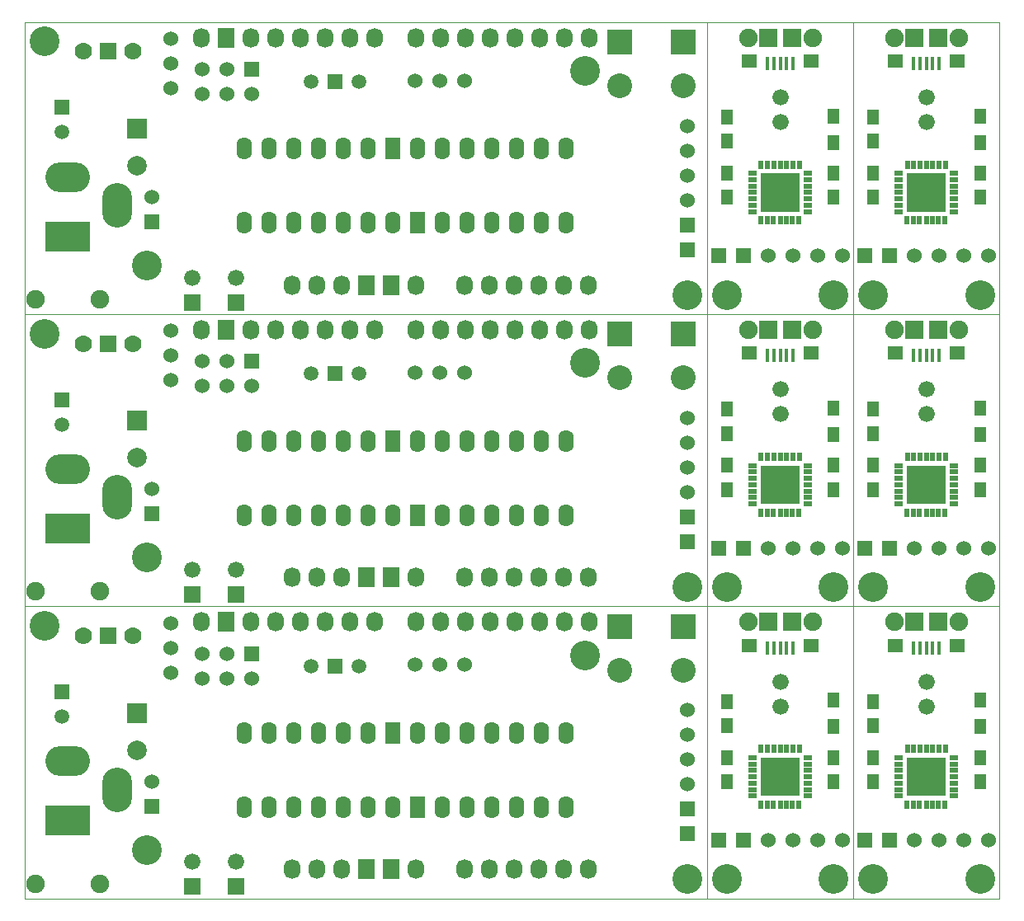
<source format=gts>
G04 #@! TF.FileFunction,Soldermask,Top*
%FSLAX46Y46*%
G04 Gerber Fmt 4.6, Leading zero omitted, Abs format (unit mm)*
G04 Created by KiCad (PCBNEW (2014-11-14 BZR 5284)-product) date Mon Dec  1 16:34:46 2014*
%MOMM*%
G01*
G04 APERTURE LIST*
%ADD10C,0.100000*%
%ADD11C,3.048000*%
%ADD12R,0.492760X0.942340*%
%ADD13R,0.942340X0.492760*%
%ADD14R,2.042160X2.042160*%
%ADD15R,1.300000X1.500000*%
%ADD16R,0.406400X1.371600*%
%ADD17R,1.600200X1.422400*%
%ADD18R,1.905000X1.905000*%
%ADD19C,1.905000*%
%ADD20R,1.524000X1.524000*%
%ADD21C,1.524000*%
%ADD22C,1.676400*%
%ADD23R,1.250000X1.500000*%
%ADD24C,1.778000*%
%ADD25R,1.778000X1.778000*%
%ADD26R,2.540000X2.540000*%
%ADD27C,2.540000*%
%ADD28R,4.572000X3.048000*%
%ADD29O,4.572000X3.048000*%
%ADD30O,3.048000X4.572000*%
%ADD31O,1.727200X2.032000*%
%ADD32R,1.727200X2.032000*%
%ADD33R,1.676400X1.676400*%
%ADD34O,1.574800X2.286000*%
%ADD35R,1.574800X2.286000*%
%ADD36C,1.501140*%
%ADD37R,1.501140X1.501140*%
%ADD38C,1.998980*%
%ADD39R,1.998980X1.998980*%
G04 APERTURE END LIST*
D10*
X115000000Y-120000000D02*
X115000000Y-90000000D01*
X115000000Y-90000000D02*
X130000000Y-90000000D01*
X130000000Y-90000000D02*
X130000000Y-120000000D01*
X130000000Y-120000000D02*
X115000000Y-120000000D01*
X115000000Y-120000000D02*
X100000000Y-120000000D01*
X115000000Y-90000000D02*
X115000000Y-120000000D01*
X100000000Y-90000000D02*
X115000000Y-90000000D01*
X100000000Y-120000000D02*
X100000000Y-90000000D01*
X30000000Y-120000000D02*
X30000000Y-90000000D01*
X100000000Y-120000000D02*
X30000000Y-120000000D01*
X100000000Y-90000000D02*
X100000000Y-120000000D01*
X30000000Y-90000000D02*
X100000000Y-90000000D01*
X30000000Y-60000000D02*
X100000000Y-60000000D01*
X100000000Y-60000000D02*
X100000000Y-90000000D01*
X100000000Y-90000000D02*
X30000000Y-90000000D01*
X30000000Y-90000000D02*
X30000000Y-60000000D01*
X100000000Y-90000000D02*
X100000000Y-60000000D01*
X100000000Y-60000000D02*
X115000000Y-60000000D01*
X115000000Y-60000000D02*
X115000000Y-90000000D01*
X115000000Y-90000000D02*
X100000000Y-90000000D01*
X130000000Y-90000000D02*
X115000000Y-90000000D01*
X130000000Y-60000000D02*
X130000000Y-90000000D01*
X115000000Y-60000000D02*
X130000000Y-60000000D01*
X115000000Y-90000000D02*
X115000000Y-60000000D01*
X115000000Y-60000000D02*
X115000000Y-30000000D01*
X115000000Y-30000000D02*
X130000000Y-30000000D01*
X130000000Y-30000000D02*
X130000000Y-60000000D01*
X130000000Y-60000000D02*
X115000000Y-60000000D01*
X115000000Y-60000000D02*
X100000000Y-60000000D01*
X115000000Y-30000000D02*
X115000000Y-60000000D01*
X100000000Y-30000000D02*
X115000000Y-30000000D01*
X100000000Y-60000000D02*
X100000000Y-30000000D01*
X30000000Y-60000000D02*
X30000000Y-30000000D01*
X100000000Y-60000000D02*
X30000000Y-60000000D01*
X100000000Y-30000000D02*
X100000000Y-60000000D01*
X30000000Y-30000000D02*
X100000000Y-30000000D01*
D11*
X117000000Y-118000000D03*
X128000000Y-118000000D03*
D12*
X123800480Y-104650120D03*
X123150240Y-104650120D03*
X122500000Y-104650120D03*
X121849760Y-104650120D03*
D13*
X119647580Y-105549280D03*
X119647580Y-106199520D03*
X119647580Y-106849760D03*
X119647580Y-107500000D03*
X119647580Y-108150240D03*
X119647580Y-108800480D03*
X119647580Y-109450720D03*
D12*
X124450720Y-104650120D03*
D14*
X121550040Y-106550040D03*
X123449960Y-106550040D03*
X123449960Y-108449960D03*
X121550040Y-108449960D03*
D12*
X120498480Y-110352420D03*
X121148720Y-110352420D03*
X121798960Y-110352420D03*
X122500000Y-110352420D03*
X123099440Y-110352420D03*
X123749680Y-110352420D03*
X124399920Y-110352420D03*
D13*
X125349880Y-109450720D03*
X125349880Y-108800480D03*
X125349880Y-108150240D03*
X125349880Y-107500000D03*
X125349880Y-106849760D03*
X125349880Y-106199520D03*
X125349880Y-105549280D03*
D12*
X121199520Y-104650120D03*
X120549280Y-104650120D03*
D15*
X128000000Y-99650000D03*
X128000000Y-102350000D03*
D16*
X122500000Y-94250000D03*
X121849760Y-94250000D03*
X121199520Y-94250000D03*
X123150240Y-94250000D03*
X123800480Y-94250000D03*
D17*
X125675000Y-93996000D03*
X119325000Y-93996000D03*
D18*
X123706500Y-91583000D03*
X121293500Y-91583000D03*
D19*
X125802000Y-91583000D03*
X119198000Y-91583000D03*
D20*
X116150000Y-114000000D03*
X118690000Y-114000000D03*
D21*
X121230000Y-114000000D03*
X123770000Y-114000000D03*
X126310000Y-114000000D03*
X128850000Y-114000000D03*
D22*
X122500000Y-97730000D03*
X122500000Y-100270000D03*
D23*
X128000000Y-105500000D03*
X128000000Y-108000000D03*
X117000000Y-102250000D03*
X117000000Y-99750000D03*
X117000000Y-105500000D03*
X117000000Y-108000000D03*
D24*
X35960000Y-93000000D03*
D25*
X38500000Y-93000000D03*
D24*
X41040000Y-93000000D03*
D26*
X97550000Y-92050000D03*
D27*
X91050000Y-96550000D03*
X97550000Y-96550000D03*
D26*
X91050000Y-92050000D03*
D11*
X98000000Y-118000000D03*
X42500000Y-115000000D03*
D28*
X34400000Y-112000000D03*
D29*
X34400000Y-105904000D03*
D30*
X39480000Y-108825000D03*
D21*
X48160000Y-97370000D03*
X48160000Y-94830000D03*
X50700000Y-97370000D03*
X50700000Y-94830000D03*
X53240000Y-97370000D03*
D20*
X53240000Y-94830000D03*
D31*
X65890000Y-91600000D03*
X63350000Y-91600000D03*
X60810000Y-91600000D03*
X58270000Y-91600000D03*
X55730000Y-91600000D03*
X53190000Y-91600000D03*
D32*
X50650000Y-91600000D03*
D31*
X48110000Y-91600000D03*
X87890000Y-91600000D03*
X85350000Y-91600000D03*
X82810000Y-91600000D03*
X80270000Y-91600000D03*
X77730000Y-91600000D03*
X75190000Y-91600000D03*
X72650000Y-91600000D03*
X70110000Y-91600000D03*
X75150000Y-117000000D03*
X77690000Y-117000000D03*
X80230000Y-117000000D03*
X82770000Y-117000000D03*
X85310000Y-117000000D03*
X87850000Y-117000000D03*
X57450000Y-117000000D03*
X59990000Y-117000000D03*
X62530000Y-117000000D03*
D32*
X65070000Y-117000000D03*
X67610000Y-117000000D03*
D31*
X70150000Y-117000000D03*
D21*
X45000000Y-91710000D03*
X45000000Y-94250000D03*
X45000000Y-96790000D03*
D22*
X51700000Y-116230000D03*
D33*
X51700000Y-118770000D03*
D22*
X47200000Y-116230000D03*
D33*
X47200000Y-118770000D03*
D34*
X82970000Y-102990000D03*
X80430000Y-102990000D03*
X77890000Y-102990000D03*
X75350000Y-102990000D03*
X72810000Y-102990000D03*
X70270000Y-102990000D03*
D35*
X67730000Y-102990000D03*
D34*
X65190000Y-102990000D03*
X62650000Y-102990000D03*
X60110000Y-102990000D03*
X57570000Y-102990000D03*
X55030000Y-102990000D03*
X52490000Y-102990000D03*
X85510000Y-102990000D03*
X52490000Y-110610000D03*
X55030000Y-110610000D03*
X57570000Y-110610000D03*
X60110000Y-110610000D03*
X62650000Y-110610000D03*
X65190000Y-110610000D03*
X67730000Y-110610000D03*
D35*
X70270000Y-110610000D03*
D34*
X72810000Y-110610000D03*
X75350000Y-110610000D03*
X77890000Y-110610000D03*
X80430000Y-110610000D03*
X82970000Y-110610000D03*
X85510000Y-110610000D03*
D20*
X98000000Y-113350000D03*
X98000000Y-110810000D03*
D21*
X98000000Y-108270000D03*
X98000000Y-105730000D03*
X98000000Y-103190000D03*
X98000000Y-100650000D03*
D19*
X37702000Y-118467000D03*
X31098000Y-118467000D03*
D36*
X64240940Y-96100000D03*
X59359060Y-96100000D03*
D37*
X61800000Y-96100000D03*
D38*
X41500000Y-104750000D03*
D39*
X41500000Y-100940000D03*
D11*
X32000000Y-92000000D03*
X87500000Y-95000000D03*
D21*
X70060000Y-96000000D03*
X72600000Y-96000000D03*
X75140000Y-96000000D03*
D37*
X33800000Y-98760000D03*
D36*
X33800000Y-101300000D03*
D23*
X102000000Y-105500000D03*
X102000000Y-108000000D03*
X102000000Y-102250000D03*
X102000000Y-99750000D03*
X113000000Y-105500000D03*
X113000000Y-108000000D03*
D22*
X107500000Y-97730000D03*
X107500000Y-100270000D03*
D20*
X101150000Y-114000000D03*
X103690000Y-114000000D03*
D21*
X106230000Y-114000000D03*
X108770000Y-114000000D03*
X111310000Y-114000000D03*
X113850000Y-114000000D03*
D16*
X107500000Y-94250000D03*
X106849760Y-94250000D03*
X106199520Y-94250000D03*
X108150240Y-94250000D03*
X108800480Y-94250000D03*
D17*
X110675000Y-93996000D03*
X104325000Y-93996000D03*
D18*
X108706500Y-91583000D03*
X106293500Y-91583000D03*
D19*
X110802000Y-91583000D03*
X104198000Y-91583000D03*
D15*
X113000000Y-99650000D03*
X113000000Y-102350000D03*
D12*
X108800480Y-104650120D03*
X108150240Y-104650120D03*
X107500000Y-104650120D03*
X106849760Y-104650120D03*
D13*
X104647580Y-105549280D03*
X104647580Y-106199520D03*
X104647580Y-106849760D03*
X104647580Y-107500000D03*
X104647580Y-108150240D03*
X104647580Y-108800480D03*
X104647580Y-109450720D03*
D12*
X109450720Y-104650120D03*
D14*
X106550040Y-106550040D03*
X108449960Y-106550040D03*
X108449960Y-108449960D03*
X106550040Y-108449960D03*
D12*
X105498480Y-110352420D03*
X106148720Y-110352420D03*
X106798960Y-110352420D03*
X107500000Y-110352420D03*
X108099440Y-110352420D03*
X108749680Y-110352420D03*
X109399920Y-110352420D03*
D13*
X110349880Y-109450720D03*
X110349880Y-108800480D03*
X110349880Y-108150240D03*
X110349880Y-107500000D03*
X110349880Y-106849760D03*
X110349880Y-106199520D03*
X110349880Y-105549280D03*
D12*
X106199520Y-104650120D03*
X105549280Y-104650120D03*
D11*
X113000000Y-118000000D03*
X102000000Y-118000000D03*
D20*
X43000000Y-110520000D03*
D21*
X43000000Y-107980000D03*
D20*
X43000000Y-80520000D03*
D21*
X43000000Y-77980000D03*
D11*
X102000000Y-88000000D03*
X113000000Y-88000000D03*
D12*
X108800480Y-74650120D03*
X108150240Y-74650120D03*
X107500000Y-74650120D03*
X106849760Y-74650120D03*
D13*
X104647580Y-75549280D03*
X104647580Y-76199520D03*
X104647580Y-76849760D03*
X104647580Y-77500000D03*
X104647580Y-78150240D03*
X104647580Y-78800480D03*
X104647580Y-79450720D03*
D12*
X109450720Y-74650120D03*
D14*
X106550040Y-76550040D03*
X108449960Y-76550040D03*
X108449960Y-78449960D03*
X106550040Y-78449960D03*
D12*
X105498480Y-80352420D03*
X106148720Y-80352420D03*
X106798960Y-80352420D03*
X107500000Y-80352420D03*
X108099440Y-80352420D03*
X108749680Y-80352420D03*
X109399920Y-80352420D03*
D13*
X110349880Y-79450720D03*
X110349880Y-78800480D03*
X110349880Y-78150240D03*
X110349880Y-77500000D03*
X110349880Y-76849760D03*
X110349880Y-76199520D03*
X110349880Y-75549280D03*
D12*
X106199520Y-74650120D03*
X105549280Y-74650120D03*
D15*
X113000000Y-69650000D03*
X113000000Y-72350000D03*
D16*
X107500000Y-64250000D03*
X106849760Y-64250000D03*
X106199520Y-64250000D03*
X108150240Y-64250000D03*
X108800480Y-64250000D03*
D17*
X110675000Y-63996000D03*
X104325000Y-63996000D03*
D18*
X108706500Y-61583000D03*
X106293500Y-61583000D03*
D19*
X110802000Y-61583000D03*
X104198000Y-61583000D03*
D20*
X101150000Y-84000000D03*
X103690000Y-84000000D03*
D21*
X106230000Y-84000000D03*
X108770000Y-84000000D03*
X111310000Y-84000000D03*
X113850000Y-84000000D03*
D22*
X107500000Y-67730000D03*
X107500000Y-70270000D03*
D23*
X113000000Y-75500000D03*
X113000000Y-78000000D03*
X102000000Y-72250000D03*
X102000000Y-69750000D03*
X102000000Y-75500000D03*
X102000000Y-78000000D03*
D37*
X33800000Y-68760000D03*
D36*
X33800000Y-71300000D03*
D21*
X70060000Y-66000000D03*
X72600000Y-66000000D03*
X75140000Y-66000000D03*
D11*
X87500000Y-65000000D03*
X32000000Y-62000000D03*
D38*
X41500000Y-74750000D03*
D39*
X41500000Y-70940000D03*
D36*
X64240940Y-66100000D03*
X59359060Y-66100000D03*
D37*
X61800000Y-66100000D03*
D19*
X37702000Y-88467000D03*
X31098000Y-88467000D03*
D20*
X98000000Y-83350000D03*
X98000000Y-80810000D03*
D21*
X98000000Y-78270000D03*
X98000000Y-75730000D03*
X98000000Y-73190000D03*
X98000000Y-70650000D03*
D34*
X82970000Y-72990000D03*
X80430000Y-72990000D03*
X77890000Y-72990000D03*
X75350000Y-72990000D03*
X72810000Y-72990000D03*
X70270000Y-72990000D03*
D35*
X67730000Y-72990000D03*
D34*
X65190000Y-72990000D03*
X62650000Y-72990000D03*
X60110000Y-72990000D03*
X57570000Y-72990000D03*
X55030000Y-72990000D03*
X52490000Y-72990000D03*
X85510000Y-72990000D03*
X52490000Y-80610000D03*
X55030000Y-80610000D03*
X57570000Y-80610000D03*
X60110000Y-80610000D03*
X62650000Y-80610000D03*
X65190000Y-80610000D03*
X67730000Y-80610000D03*
D35*
X70270000Y-80610000D03*
D34*
X72810000Y-80610000D03*
X75350000Y-80610000D03*
X77890000Y-80610000D03*
X80430000Y-80610000D03*
X82970000Y-80610000D03*
X85510000Y-80610000D03*
D22*
X47200000Y-86230000D03*
D33*
X47200000Y-88770000D03*
D22*
X51700000Y-86230000D03*
D33*
X51700000Y-88770000D03*
D21*
X45000000Y-61710000D03*
X45000000Y-64250000D03*
X45000000Y-66790000D03*
D31*
X57450000Y-87000000D03*
X59990000Y-87000000D03*
X62530000Y-87000000D03*
D32*
X65070000Y-87000000D03*
X67610000Y-87000000D03*
D31*
X70150000Y-87000000D03*
X75150000Y-87000000D03*
X77690000Y-87000000D03*
X80230000Y-87000000D03*
X82770000Y-87000000D03*
X85310000Y-87000000D03*
X87850000Y-87000000D03*
X87890000Y-61600000D03*
X85350000Y-61600000D03*
X82810000Y-61600000D03*
X80270000Y-61600000D03*
X77730000Y-61600000D03*
X75190000Y-61600000D03*
X72650000Y-61600000D03*
X70110000Y-61600000D03*
X65890000Y-61600000D03*
X63350000Y-61600000D03*
X60810000Y-61600000D03*
X58270000Y-61600000D03*
X55730000Y-61600000D03*
X53190000Y-61600000D03*
D32*
X50650000Y-61600000D03*
D31*
X48110000Y-61600000D03*
D21*
X48160000Y-67370000D03*
X48160000Y-64830000D03*
X50700000Y-67370000D03*
X50700000Y-64830000D03*
X53240000Y-67370000D03*
D20*
X53240000Y-64830000D03*
D28*
X34400000Y-82000000D03*
D29*
X34400000Y-75904000D03*
D30*
X39480000Y-78825000D03*
D11*
X42500000Y-85000000D03*
X98000000Y-88000000D03*
D26*
X97550000Y-62050000D03*
D27*
X91050000Y-66550000D03*
X97550000Y-66550000D03*
D26*
X91050000Y-62050000D03*
D24*
X35960000Y-63000000D03*
D25*
X38500000Y-63000000D03*
D24*
X41040000Y-63000000D03*
D23*
X117000000Y-75500000D03*
X117000000Y-78000000D03*
X117000000Y-72250000D03*
X117000000Y-69750000D03*
X128000000Y-75500000D03*
X128000000Y-78000000D03*
D22*
X122500000Y-67730000D03*
X122500000Y-70270000D03*
D20*
X116150000Y-84000000D03*
X118690000Y-84000000D03*
D21*
X121230000Y-84000000D03*
X123770000Y-84000000D03*
X126310000Y-84000000D03*
X128850000Y-84000000D03*
D16*
X122500000Y-64250000D03*
X121849760Y-64250000D03*
X121199520Y-64250000D03*
X123150240Y-64250000D03*
X123800480Y-64250000D03*
D17*
X125675000Y-63996000D03*
X119325000Y-63996000D03*
D18*
X123706500Y-61583000D03*
X121293500Y-61583000D03*
D19*
X125802000Y-61583000D03*
X119198000Y-61583000D03*
D15*
X128000000Y-69650000D03*
X128000000Y-72350000D03*
D12*
X123800480Y-74650120D03*
X123150240Y-74650120D03*
X122500000Y-74650120D03*
X121849760Y-74650120D03*
D13*
X119647580Y-75549280D03*
X119647580Y-76199520D03*
X119647580Y-76849760D03*
X119647580Y-77500000D03*
X119647580Y-78150240D03*
X119647580Y-78800480D03*
X119647580Y-79450720D03*
D12*
X124450720Y-74650120D03*
D14*
X121550040Y-76550040D03*
X123449960Y-76550040D03*
X123449960Y-78449960D03*
X121550040Y-78449960D03*
D12*
X120498480Y-80352420D03*
X121148720Y-80352420D03*
X121798960Y-80352420D03*
X122500000Y-80352420D03*
X123099440Y-80352420D03*
X123749680Y-80352420D03*
X124399920Y-80352420D03*
D13*
X125349880Y-79450720D03*
X125349880Y-78800480D03*
X125349880Y-78150240D03*
X125349880Y-77500000D03*
X125349880Y-76849760D03*
X125349880Y-76199520D03*
X125349880Y-75549280D03*
D12*
X121199520Y-74650120D03*
X120549280Y-74650120D03*
D11*
X128000000Y-88000000D03*
X117000000Y-88000000D03*
X117000000Y-58000000D03*
X128000000Y-58000000D03*
D12*
X123800480Y-44650120D03*
X123150240Y-44650120D03*
X122500000Y-44650120D03*
X121849760Y-44650120D03*
D13*
X119647580Y-45549280D03*
X119647580Y-46199520D03*
X119647580Y-46849760D03*
X119647580Y-47500000D03*
X119647580Y-48150240D03*
X119647580Y-48800480D03*
X119647580Y-49450720D03*
D12*
X124450720Y-44650120D03*
D14*
X121550040Y-46550040D03*
X123449960Y-46550040D03*
X123449960Y-48449960D03*
X121550040Y-48449960D03*
D12*
X120498480Y-50352420D03*
X121148720Y-50352420D03*
X121798960Y-50352420D03*
X122500000Y-50352420D03*
X123099440Y-50352420D03*
X123749680Y-50352420D03*
X124399920Y-50352420D03*
D13*
X125349880Y-49450720D03*
X125349880Y-48800480D03*
X125349880Y-48150240D03*
X125349880Y-47500000D03*
X125349880Y-46849760D03*
X125349880Y-46199520D03*
X125349880Y-45549280D03*
D12*
X121199520Y-44650120D03*
X120549280Y-44650120D03*
D15*
X128000000Y-39650000D03*
X128000000Y-42350000D03*
D16*
X122500000Y-34250000D03*
X121849760Y-34250000D03*
X121199520Y-34250000D03*
X123150240Y-34250000D03*
X123800480Y-34250000D03*
D17*
X125675000Y-33996000D03*
X119325000Y-33996000D03*
D18*
X123706500Y-31583000D03*
X121293500Y-31583000D03*
D19*
X125802000Y-31583000D03*
X119198000Y-31583000D03*
D20*
X116150000Y-54000000D03*
X118690000Y-54000000D03*
D21*
X121230000Y-54000000D03*
X123770000Y-54000000D03*
X126310000Y-54000000D03*
X128850000Y-54000000D03*
D22*
X122500000Y-37730000D03*
X122500000Y-40270000D03*
D23*
X128000000Y-45500000D03*
X128000000Y-48000000D03*
X117000000Y-42250000D03*
X117000000Y-39750000D03*
X117000000Y-45500000D03*
X117000000Y-48000000D03*
D24*
X35960000Y-33000000D03*
D25*
X38500000Y-33000000D03*
D24*
X41040000Y-33000000D03*
D26*
X97550000Y-32050000D03*
D27*
X91050000Y-36550000D03*
X97550000Y-36550000D03*
D26*
X91050000Y-32050000D03*
D11*
X98000000Y-58000000D03*
X42500000Y-55000000D03*
D28*
X34400000Y-52000000D03*
D29*
X34400000Y-45904000D03*
D30*
X39480000Y-48825000D03*
D21*
X48160000Y-37370000D03*
X48160000Y-34830000D03*
X50700000Y-37370000D03*
X50700000Y-34830000D03*
X53240000Y-37370000D03*
D20*
X53240000Y-34830000D03*
D31*
X65890000Y-31600000D03*
X63350000Y-31600000D03*
X60810000Y-31600000D03*
X58270000Y-31600000D03*
X55730000Y-31600000D03*
X53190000Y-31600000D03*
D32*
X50650000Y-31600000D03*
D31*
X48110000Y-31600000D03*
X87890000Y-31600000D03*
X85350000Y-31600000D03*
X82810000Y-31600000D03*
X80270000Y-31600000D03*
X77730000Y-31600000D03*
X75190000Y-31600000D03*
X72650000Y-31600000D03*
X70110000Y-31600000D03*
X75150000Y-57000000D03*
X77690000Y-57000000D03*
X80230000Y-57000000D03*
X82770000Y-57000000D03*
X85310000Y-57000000D03*
X87850000Y-57000000D03*
X57450000Y-57000000D03*
X59990000Y-57000000D03*
X62530000Y-57000000D03*
D32*
X65070000Y-57000000D03*
X67610000Y-57000000D03*
D31*
X70150000Y-57000000D03*
D21*
X45000000Y-31710000D03*
X45000000Y-34250000D03*
X45000000Y-36790000D03*
D22*
X51700000Y-56230000D03*
D33*
X51700000Y-58770000D03*
D22*
X47200000Y-56230000D03*
D33*
X47200000Y-58770000D03*
D34*
X82970000Y-42990000D03*
X80430000Y-42990000D03*
X77890000Y-42990000D03*
X75350000Y-42990000D03*
X72810000Y-42990000D03*
X70270000Y-42990000D03*
D35*
X67730000Y-42990000D03*
D34*
X65190000Y-42990000D03*
X62650000Y-42990000D03*
X60110000Y-42990000D03*
X57570000Y-42990000D03*
X55030000Y-42990000D03*
X52490000Y-42990000D03*
X85510000Y-42990000D03*
X52490000Y-50610000D03*
X55030000Y-50610000D03*
X57570000Y-50610000D03*
X60110000Y-50610000D03*
X62650000Y-50610000D03*
X65190000Y-50610000D03*
X67730000Y-50610000D03*
D35*
X70270000Y-50610000D03*
D34*
X72810000Y-50610000D03*
X75350000Y-50610000D03*
X77890000Y-50610000D03*
X80430000Y-50610000D03*
X82970000Y-50610000D03*
X85510000Y-50610000D03*
D20*
X98000000Y-53350000D03*
X98000000Y-50810000D03*
D21*
X98000000Y-48270000D03*
X98000000Y-45730000D03*
X98000000Y-43190000D03*
X98000000Y-40650000D03*
D19*
X37702000Y-58467000D03*
X31098000Y-58467000D03*
D36*
X64240940Y-36100000D03*
X59359060Y-36100000D03*
D37*
X61800000Y-36100000D03*
D38*
X41500000Y-44750000D03*
D39*
X41500000Y-40940000D03*
D11*
X32000000Y-32000000D03*
X87500000Y-35000000D03*
D21*
X70060000Y-36000000D03*
X72600000Y-36000000D03*
X75140000Y-36000000D03*
D37*
X33800000Y-38760000D03*
D36*
X33800000Y-41300000D03*
D23*
X102000000Y-45500000D03*
X102000000Y-48000000D03*
X102000000Y-42250000D03*
X102000000Y-39750000D03*
X113000000Y-45500000D03*
X113000000Y-48000000D03*
D22*
X107500000Y-37730000D03*
X107500000Y-40270000D03*
D20*
X101150000Y-54000000D03*
X103690000Y-54000000D03*
D21*
X106230000Y-54000000D03*
X108770000Y-54000000D03*
X111310000Y-54000000D03*
X113850000Y-54000000D03*
D16*
X107500000Y-34250000D03*
X106849760Y-34250000D03*
X106199520Y-34250000D03*
X108150240Y-34250000D03*
X108800480Y-34250000D03*
D17*
X110675000Y-33996000D03*
X104325000Y-33996000D03*
D18*
X108706500Y-31583000D03*
X106293500Y-31583000D03*
D19*
X110802000Y-31583000D03*
X104198000Y-31583000D03*
D15*
X113000000Y-39650000D03*
X113000000Y-42350000D03*
D12*
X108800480Y-44650120D03*
X108150240Y-44650120D03*
X107500000Y-44650120D03*
X106849760Y-44650120D03*
D13*
X104647580Y-45549280D03*
X104647580Y-46199520D03*
X104647580Y-46849760D03*
X104647580Y-47500000D03*
X104647580Y-48150240D03*
X104647580Y-48800480D03*
X104647580Y-49450720D03*
D12*
X109450720Y-44650120D03*
D14*
X106550040Y-46550040D03*
X108449960Y-46550040D03*
X108449960Y-48449960D03*
X106550040Y-48449960D03*
D12*
X105498480Y-50352420D03*
X106148720Y-50352420D03*
X106798960Y-50352420D03*
X107500000Y-50352420D03*
X108099440Y-50352420D03*
X108749680Y-50352420D03*
X109399920Y-50352420D03*
D13*
X110349880Y-49450720D03*
X110349880Y-48800480D03*
X110349880Y-48150240D03*
X110349880Y-47500000D03*
X110349880Y-46849760D03*
X110349880Y-46199520D03*
X110349880Y-45549280D03*
D12*
X106199520Y-44650120D03*
X105549280Y-44650120D03*
D11*
X113000000Y-58000000D03*
X102000000Y-58000000D03*
D20*
X43000000Y-50520000D03*
D21*
X43000000Y-47980000D03*
M02*

</source>
